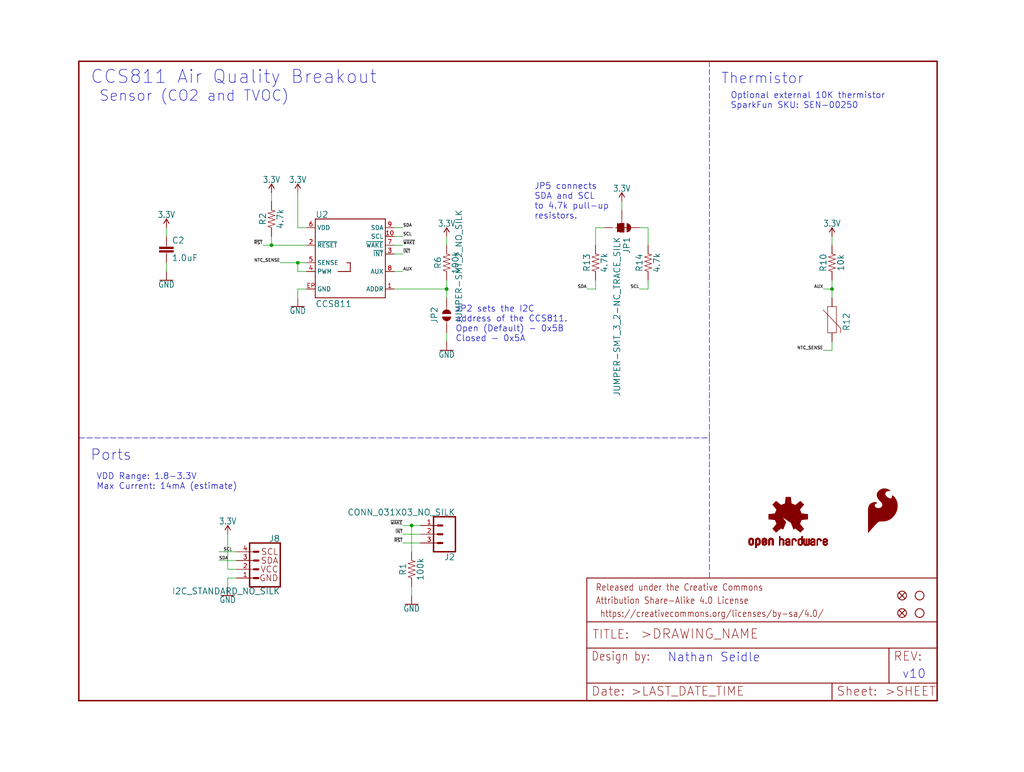
<source format=kicad_sch>
(kicad_sch (version 20211123) (generator eeschema)
  (paper "User" 297.002 223.926)
  (lib_symbols
    (symbol "eagleSchem-eagle-import:1.0UF-0603-16V-10%"
      (property "Reference" "C" (at 1.524 2.921 0))
      (property "Value" "1.0UF-0603-16V-10%" (at 1.524 -2.159 0))
      (symbol "1.0UF-0603-16V-10%_1_0"
        (pin passive line (at 0 5.08 270) (length 2.54) (name "1") (number "1"))
        (pin passive line (at 0 -2.54 90) (length 2.54) (name "2") (number "2"))
      )
    )
    (symbol "eagleSchem-eagle-import:100KOHM-0603-1{slash}10W-1%"
      (property "Reference" "R" (at 0 1.524 0))
      (property "Value" "100KOHM-0603-1{slash}10W-1%" (at 0 -1.524 0))
      (symbol "100KOHM-0603-1{slash}10W-1%_1_0"
        (pin passive line (at -5.08 0 0) (length 2.54) (name "1") (number "1"))
        (pin passive line (at 5.08 0 180) (length 2.54) (name "2") (number "2"))
      )
    )
    (symbol "eagleSchem-eagle-import:10KOHM-0603-1{slash}10W-1%"
      (property "Reference" "R" (at 0 1.524 0))
      (property "Value" "10KOHM-0603-1{slash}10W-1%" (at 0 -1.524 0))
      (symbol "10KOHM-0603-1{slash}10W-1%_1_0"
        (pin passive line (at -5.08 0 0) (length 2.54) (name "1") (number "1"))
        (pin passive line (at 5.08 0 180) (length 2.54) (name "2") (number "2"))
      )
    )
    (symbol "eagleSchem-eagle-import:3.3V" (power)
      (property "Value" "3.3V" (at 0 2.794 0))
      (symbol "3.3V_1_0"
        (pin power_in line (at 0 0 90) (length 2.54) (name "3.3V") (number "1"))
      )
    )
    (symbol "eagleSchem-eagle-import:4.7KOHM-0603-1{slash}10W-1%"
      (property "Reference" "R" (at 0 1.524 0))
      (property "Value" "4.7KOHM-0603-1{slash}10W-1%" (at 0 -1.524 0))
      (symbol "4.7KOHM-0603-1{slash}10W-1%_1_0"
        (pin passive line (at -5.08 0 0) (length 2.54) (name "1") (number "1"))
        (pin passive line (at 5.08 0 180) (length 2.54) (name "2") (number "2"))
      )
    )
    (symbol "eagleSchem-eagle-import:CCS811"
      (property "Reference" "U" (at -10.16 10.414 0))
      (property "Value" "CCS811" (at -10.16 -15.494 0))
      (symbol "CCS811_1_0"
        (pin bidirectional line (at 12.7 -10.16 180) (length 2.54) (name "ADDR") (number "1"))
        (pin bidirectional line (at 12.7 5.08 180) (length 2.54) (name "SCL") (number "10"))
        (pin bidirectional line (at -12.7 2.54 0) (length 2.54) (name "~{RESET}") (number "2"))
        (pin bidirectional line (at 12.7 0 180) (length 2.54) (name "~{INT}") (number "3"))
        (pin bidirectional line (at -12.7 -5.08 0) (length 2.54) (name "PWM") (number "4"))
        (pin bidirectional line (at -12.7 -2.54 0) (length 2.54) (name "SENSE") (number "5"))
        (pin bidirectional line (at -12.7 7.62 0) (length 2.54) (name "VDD") (number "6"))
        (pin bidirectional line (at 12.7 2.54 180) (length 2.54) (name "~{WAKE}") (number "7"))
        (pin bidirectional line (at 12.7 -5.08 180) (length 2.54) (name "AUX") (number "8"))
        (pin bidirectional line (at 12.7 7.62 180) (length 2.54) (name "SDA") (number "9"))
        (pin bidirectional line (at -12.7 -10.16 0) (length 2.54) (name "GND") (number "EP"))
      )
    )
    (symbol "eagleSchem-eagle-import:CONN_031X03_NO_SILK"
      (property "Reference" "J" (at -2.54 5.588 0))
      (property "Value" "CONN_031X03_NO_SILK" (at -2.54 -7.366 0))
      (symbol "CONN_031X03_NO_SILK_1_0"
        (pin passive line (at 7.62 -2.54 180) (length 5.08) (name "1") (number "1"))
        (pin passive line (at 7.62 0 180) (length 5.08) (name "2") (number "2"))
        (pin passive line (at 7.62 2.54 180) (length 5.08) (name "3") (number "3"))
      )
    )
    (symbol "eagleSchem-eagle-import:FIDUCIAL1X2")
    (symbol "eagleSchem-eagle-import:FRAME-LETTER"
      (symbol "FRAME-LETTER_2_0"
        (text " https://creativecommons.org/licenses/by-sa/4.0/" (at 2.54 24.13 0) (effects (font (size 1.9304 1.6408)) (justify left bottom)))
        (text ">DRAWING_NAME" (at 15.494 17.78 0) (effects (font (size 2.7432 2.7432)) (justify left bottom)))
        (text ">LAST_DATE_TIME" (at 12.7 1.27 0) (effects (font (size 2.54 2.54)) (justify left bottom)))
        (text ">SHEET" (at 86.36 1.27 0) (effects (font (size 2.54 2.54)) (justify left bottom)))
        (text "Attribution Share-Alike 4.0 License" (at 2.54 27.94 0) (effects (font (size 1.9304 1.6408)) (justify left bottom)))
        (text "Date:" (at 1.27 1.27 0) (effects (font (size 2.54 2.54)) (justify left bottom)))
        (text "Design by:" (at 1.27 11.43 0) (effects (font (size 2.54 2.159)) (justify left bottom)))
        (text "Released under the Creative Commons" (at 2.54 31.75 0) (effects (font (size 1.9304 1.6408)) (justify left bottom)))
        (text "REV:" (at 88.9 11.43 0) (effects (font (size 2.54 2.54)) (justify left bottom)))
        (text "Sheet:" (at 72.39 1.27 0) (effects (font (size 2.54 2.54)) (justify left bottom)))
        (text "TITLE:" (at 1.524 17.78 0) (effects (font (size 2.54 2.54)) (justify left bottom)))
      )
    )
    (symbol "eagleSchem-eagle-import:GND" (power)
      (property "Value" "GND" (at 0 -0.254 0))
      (symbol "GND_1_0"
        (pin power_in line (at 0 2.54 270) (length 2.54) (name "GND") (number "1"))
      )
    )
    (symbol "eagleSchem-eagle-import:I2C_STANDARD_NO_SILK"
      (property "Reference" "J" (at -5.08 7.874 0))
      (property "Value" "I2C_STANDARD_NO_SILK" (at -5.08 -5.334 0))
      (symbol "I2C_STANDARD_NO_SILK_1_0"
        (text "GND" (at -4.572 -2.54 0) (effects (font (size 1.778 1.778)) (justify left)))
        (text "SCL" (at -4.572 5.08 0) (effects (font (size 1.778 1.778)) (justify left)))
        (text "SDA" (at -4.572 2.54 0) (effects (font (size 1.778 1.778)) (justify left)))
        (text "VCC" (at -4.572 0 0) (effects (font (size 1.778 1.778)) (justify left)))
        (pin power_in line (at 7.62 -2.54 180) (length 5.08) (name "1") (number "1"))
        (pin power_in line (at 7.62 0 180) (length 5.08) (name "2") (number "2"))
        (pin passive line (at 7.62 2.54 180) (length 5.08) (name "3") (number "3"))
        (pin passive line (at 7.62 5.08 180) (length 5.08) (name "4") (number "4"))
      )
    )
    (symbol "eagleSchem-eagle-import:JUMPER-SMT_2_NO_SILK"
      (property "Reference" "JP" (at -2.54 2.54 0))
      (property "Value" "JUMPER-SMT_2_NO_SILK" (at -2.54 -2.54 0))
      (symbol "JUMPER-SMT_2_NO_SILK_1_0"
        (pin passive line (at -5.08 0 0) (length 2.54) (name "1") (number "1"))
        (pin passive line (at 5.08 0 180) (length 2.54) (name "2") (number "2"))
      )
    )
    (symbol "eagleSchem-eagle-import:JUMPER-SMT_3_2-NC_TRACE_SILK"
      (property "Reference" "JP" (at 2.54 0.381 0))
      (property "Value" "JUMPER-SMT_3_2-NC_TRACE_SILK" (at 2.54 -0.381 0))
      (symbol "JUMPER-SMT_3_2-NC_TRACE_SILK_1_0"
        (pin passive line (at 0 5.08 270) (length 2.54) (name "1") (number "1"))
        (pin passive line (at -5.08 0 0) (length 2.54) (name "2") (number "2"))
        (pin passive line (at 0 -5.08 90) (length 2.54) (name "3") (number "3"))
      )
    )
    (symbol "eagleSchem-eagle-import:NTC-THERMISTOR-AXIAL-0.1"
      (property "Reference" "R" (at 1.905 3.175 0))
      (property "Value" "NTC-THERMISTOR-AXIAL-0.1" (at 1.27 -2.794 0))
      (symbol "NTC-THERMISTOR-AXIAL-0.1_1_0"
        (pin bidirectional line (at -5.08 0 0) (length 2.54) (name "1") (number "P$1"))
        (pin bidirectional line (at 7.62 0 180) (length 2.54) (name "2") (number "P$2"))
      )
    )
    (symbol "eagleSchem-eagle-import:OSHW-LOGOS")
    (symbol "eagleSchem-eagle-import:SFE_LOGO_FLAME.2_INCH")
    (symbol "eagleSchem-eagle-import:STAND-OFF")
  )
  (junction (at 78.74 71.12))
  (junction (at 129.54 83.82))
  (junction (at 86.36 76.2))
  (junction (at 241.3 83.82))
  (junction (at 119.38 152.4))
  (wire (pts (xy 170.18 83.82) (xy 172.72 83.82)))
  (wire (pts (xy 172.72 81.28) (xy 172.72 83.82)))
  (polyline (pts (xy 205.74 17.78) (xy 205.74 127)))
  (wire (pts (xy 78.74 71.12) (xy 78.74 68.58)))
  (wire (pts (xy 88.9 71.12) (xy 78.74 71.12)))
  (wire (pts (xy 86.36 76.2) (xy 86.36 78.74)))
  (wire (pts (xy 180.34 58.42) (xy 180.34 60.96)))
  (wire (pts (xy 66.04 165.1) (xy 66.04 154.94)))
  (wire (pts (xy 88.9 76.2) (xy 86.36 76.2)))
  (wire (pts (xy 187.96 66.04) (xy 185.42 66.04)))
  (wire (pts (xy 88.9 83.82) (xy 86.36 83.82)))
  (wire (pts (xy 68.58 167.64) (xy 66.04 167.64)))
  (wire (pts (xy 114.3 66.04) (xy 116.84 66.04)))
  (wire (pts (xy 129.54 68.58) (xy 129.54 71.12)))
  (wire (pts (xy 241.3 101.6) (xy 238.76 101.6)))
  (wire (pts (xy 86.36 76.2) (xy 81.28 76.2)))
  (wire (pts (xy 187.96 83.82) (xy 185.42 83.82)))
  (wire (pts (xy 119.38 152.4) (xy 116.84 152.4)))
  (wire (pts (xy 241.3 81.28) (xy 241.3 83.82)))
  (wire (pts (xy 86.36 66.04) (xy 86.36 55.88)))
  (wire (pts (xy 121.92 154.94) (xy 116.84 154.94)))
  (wire (pts (xy 129.54 99.06) (xy 129.54 96.52)))
  (wire (pts (xy 129.54 83.82) (xy 129.54 81.28)))
  (wire (pts (xy 129.54 86.36) (xy 129.54 83.82)))
  (wire (pts (xy 66.04 167.64) (xy 66.04 170.18)))
  (wire (pts (xy 114.3 78.74) (xy 116.84 78.74)))
  (wire (pts (xy 114.3 68.58) (xy 116.84 68.58)))
  (wire (pts (xy 68.58 162.56) (xy 63.5 162.56)))
  (wire (pts (xy 78.74 55.88) (xy 78.74 58.42)))
  (wire (pts (xy 88.9 66.04) (xy 86.36 66.04)))
  (wire (pts (xy 187.96 71.12) (xy 187.96 66.04)))
  (wire (pts (xy 172.72 66.04) (xy 175.26 66.04)))
  (wire (pts (xy 48.26 66.04) (xy 48.26 68.58)))
  (wire (pts (xy 119.38 172.72) (xy 119.38 170.18)))
  (wire (pts (xy 119.38 160.02) (xy 119.38 152.4)))
  (wire (pts (xy 86.36 78.74) (xy 88.9 78.74)))
  (wire (pts (xy 241.3 99.06) (xy 241.3 101.6)))
  (wire (pts (xy 172.72 71.12) (xy 172.72 66.04)))
  (wire (pts (xy 114.3 73.66) (xy 116.84 73.66)))
  (polyline (pts (xy 22.86 127) (xy 205.74 127)))
  (wire (pts (xy 114.3 83.82) (xy 129.54 83.82)))
  (wire (pts (xy 48.26 78.74) (xy 48.26 76.2)))
  (polyline (pts (xy 205.74 127) (xy 205.74 167.64)))
  (wire (pts (xy 86.36 83.82) (xy 86.36 86.36)))
  (wire (pts (xy 121.92 152.4) (xy 119.38 152.4)))
  (wire (pts (xy 241.3 68.58) (xy 241.3 71.12)))
  (wire (pts (xy 78.74 71.12) (xy 76.2 71.12)))
  (wire (pts (xy 241.3 86.36) (xy 241.3 83.82)))
  (wire (pts (xy 187.96 81.28) (xy 187.96 83.82)))
  (wire (pts (xy 121.92 157.48) (xy 116.84 157.48)))
  (wire (pts (xy 68.58 165.1) (xy 66.04 165.1)))
  (wire (pts (xy 238.76 83.82) (xy 241.3 83.82)))
  (wire (pts (xy 68.58 160.02) (xy 63.5 160.02)))
  (wire (pts (xy 114.3 71.12) (xy 116.84 71.12)))
  (text "CCS811 Air Quality Breakout" (at 26.162 24.638 180) (effects (font (size 3.81 3.81)) (justify left bottom)))
  (text "JP2 sets the I2C\naddress of the CCS811.\nOpen (Default) - 0x5B\nClosed - 0x5A" (at 132.08 93.98 0) (effects (font (size 1.778 1.778)) (justify left)))
  (text "Thermistor" (at 209.042 24.638 180) (effects (font (size 3.048 3.048)) (justify left bottom)))
  (text "JP5 connects\nSDA and SCL\nto 4.7k pull-up\nresistors." (at 154.94 58.42 0) (effects (font (size 1.778 1.778)) (justify left)))
  (text "Ports" (at 26.162 133.858 180) (effects (font (size 3.048 3.048)) (justify left bottom)))
  (text "VDD Range: 1.8-3.3V\nMax Current: 14mA (estimate)" (at 27.94 139.7 180) (effects (font (size 1.778 1.778)) (justify left)))
  (text "Sensor (CO2 and TVOC)" (at 28.702 29.718 180) (effects (font (size 3.048 3.048)) (justify left bottom)))
  (text "Nathan Seidle" (at 193.548 190.754 180) (effects (font (size 2.54 2.54)) (justify left)))
  (text "v10" (at 261.62 195.58 180) (effects (font (size 2.54 2.54)) (justify left)))
  (text "Optional external 10K thermistor\nSparkFun SKU: SEN-00250" (at 211.836 29.21 0) (effects (font (size 1.778 1.778)) (justify left)))
  (label "SCL" (at 64.77 160.02 0) (effects (font (size 0.889 0.889))))
  (label "~{RST}" (at 116.84 157.48 180) (effects (font (size 0.889 0.889))))
  (label "SDA" (at 116.84 66.04 0) (effects (font (size 0.889 0.889))))
  (label "~{INT}" (at 116.84 73.66 0) (effects (font (size 0.889 0.889))))
  (label "SDA" (at 63.5 162.56 0) (effects (font (size 0.889 0.889))))
  (label "~{RST}" (at 76.2 71.12 180) (effects (font (size 0.889 0.889))))
  (label "~{INT}" (at 116.84 154.94 180) (effects (font (size 0.889 0.889))))
  (label "NTC_SENSE" (at 81.28 76.2 180) (effects (font (size 0.889 0.889))))
  (label "AUX" (at 238.76 83.82 180) (effects (font (size 0.889 0.889))))
  (label "SCL" (at 185.42 83.82 180) (effects (font (size 0.889 0.889))))
  (label "AUX" (at 116.84 78.74 0) (effects (font (size 0.889 0.889))))
  (label "SCL" (at 116.84 68.58 0) (effects (font (size 0.889 0.889))))
  (label "NTC_SENSE" (at 238.76 101.6 180) (effects (font (size 0.889 0.889))))
  (label "SDA" (at 170.18 83.82 180) (effects (font (size 0.889 0.889))))
  (label "~{WAKE}" (at 116.84 152.4 180) (effects (font (size 0.889 0.889))))
  (label "~{WAKE}" (at 116.84 71.12 0) (effects (font (size 0.889 0.889))))
  (symbol (lib_id "eagleSchem-eagle-import:3.3V") (at 86.36 55.88 0) (unit 1)
    (property "Reference" "#SUPPLY3" (effects hide))
    (property "Value" "3.3V" (at 86.36 53.086 0) (effects (font (size 1.778 1.5113)) (justify bottom)))
    (property "Footprint" "eagleSchem:" (effects hide))
  )
  (symbol (lib_id "eagleSchem-eagle-import:FIDUCIAL1X2") (at 261.62 177.8 0) (unit 1)
    (property "Reference" "FD1" (effects hide))
    (property "Value" "FIDUCIAL1X2" (effects hide))
    (property "Footprint" "eagleSchem:FIDUCIAL-1X2" (effects hide))
  )
  (symbol (lib_id "eagleSchem-eagle-import:3.3V") (at 48.26 66.04 0) (unit 1)
    (property "Reference" "#SUPPLY9" (effects hide))
    (property "Value" "3.3V" (at 48.26 63.246 0) (effects (font (size 1.778 1.5113)) (justify bottom)))
    (property "Footprint" "eagleSchem:" (effects hide))
  )
  (symbol (lib_id "eagleSchem-eagle-import:FRAME-LETTER") (at 170.18 203.2 0) (unit 2)
    (property "Reference" "FRAME1" (effects hide))
    (property "Value" "FRAME-LETTER" (effects hide))
    (property "Footprint" "eagleSchem:CREATIVE_COMMONS" (effects hide))
  )
  (symbol (lib_id "eagleSchem-eagle-import:GND") (at 66.04 172.72 0) (mirror y) (unit 1)
    (property "Reference" "#GND18" (effects hide))
    (property "Value" "GND" (at 66.04 172.974 0) (effects (font (size 1.778 1.5113)) (justify top)))
    (property "Footprint" "eagleSchem:" (effects hide))
  )
  (symbol (lib_id "eagleSchem-eagle-import:GND") (at 129.54 101.6 0) (unit 1)
    (property "Reference" "#GND9" (effects hide))
    (property "Value" "GND" (at 129.54 101.854 0) (effects (font (size 1.778 1.5113)) (justify top)))
    (property "Footprint" "eagleSchem:" (effects hide))
  )
  (symbol (lib_id "eagleSchem-eagle-import:CONN_031X03_NO_SILK") (at 129.54 154.94 180) (unit 1)
    (property "Reference" "J2" (at 132.08 160.528 0) (effects (font (size 1.778 1.778)) (justify left bottom)))
    (property "Value" "CONN_031X03_NO_SILK" (at 132.08 147.574 0) (effects (font (size 1.778 1.778)) (justify left bottom)))
    (property "Footprint" "eagleSchem:1X03_NO_SILK" (effects hide))
  )
  (symbol (lib_id "eagleSchem-eagle-import:OSHW-LOGOS") (at 228.6 149.86 0) (unit 1)
    (property "Reference" "LOGO4" (effects hide))
    (property "Value" "OSHW-LOGOS" (effects hide))
    (property "Footprint" "eagleSchem:OSHW-LOGO-S" (effects hide))
  )
  (symbol (lib_id "eagleSchem-eagle-import:STAND-OFF") (at 266.7 177.8 0) (unit 1)
    (property "Reference" "H2" (effects hide))
    (property "Value" "STAND-OFF" (effects hide))
    (property "Footprint" "eagleSchem:STAND-OFF" (effects hide))
  )
  (symbol (lib_id "eagleSchem-eagle-import:3.3V") (at 129.54 68.58 0) (unit 1)
    (property "Reference" "#SUPPLY11" (effects hide))
    (property "Value" "3.3V" (at 129.54 65.786 0) (effects (font (size 1.778 1.5113)) (justify bottom)))
    (property "Footprint" "eagleSchem:" (effects hide))
  )
  (symbol (lib_id "eagleSchem-eagle-import:3.3V") (at 241.3 68.58 0) (unit 1)
    (property "Reference" "#SUPPLY15" (effects hide))
    (property "Value" "3.3V" (at 241.3 65.786 0) (effects (font (size 1.778 1.5113)) (justify bottom)))
    (property "Footprint" "eagleSchem:" (effects hide))
  )
  (symbol (lib_id "eagleSchem-eagle-import:4.7KOHM-0603-1{slash}10W-1%") (at 172.72 76.2 90) (unit 1)
    (property "Reference" "R13" (at 171.196 76.2 0) (effects (font (size 1.778 1.778)) (justify bottom)))
    (property "Value" "4.7k" (at 174.244 76.2 0) (effects (font (size 1.778 1.778)) (justify top)))
    (property "Footprint" "eagleSchem:0603" (effects hide))
  )
  (symbol (lib_id "eagleSchem-eagle-import:4.7KOHM-0603-1{slash}10W-1%") (at 78.74 63.5 90) (unit 1)
    (property "Reference" "R2" (at 77.216 63.5 0) (effects (font (size 1.778 1.778)) (justify bottom)))
    (property "Value" "4.7k" (at 80.264 63.5 0) (effects (font (size 1.778 1.778)) (justify top)))
    (property "Footprint" "eagleSchem:0603" (effects hide))
  )
  (symbol (lib_id "eagleSchem-eagle-import:NTC-THERMISTOR-AXIAL-0.1") (at 241.3 91.44 270) (unit 1)
    (property "Reference" "R12" (at 244.475 93.345 0) (effects (font (size 1.778 1.778)) (justify bottom)))
    (property "Value" "10k" (at 238.506 92.71 0) (effects (font (size 1.778 1.778)) (justify top)))
    (property "Footprint" "eagleSchem:AXIAL-0.1" (effects hide))
    (property "Value" "10k" (effects hide))
  )
  (symbol (lib_id "eagleSchem-eagle-import:4.7KOHM-0603-1{slash}10W-1%") (at 187.96 76.2 90) (unit 1)
    (property "Reference" "R14" (at 186.436 76.2 0) (effects (font (size 1.778 1.778)) (justify bottom)))
    (property "Value" "4.7k" (at 189.484 76.2 0) (effects (font (size 1.778 1.778)) (justify top)))
    (property "Footprint" "eagleSchem:0603" (effects hide))
  )
  (symbol (lib_id "eagleSchem-eagle-import:GND") (at 86.36 88.9 0) (unit 1)
    (property "Reference" "#GND3" (effects hide))
    (property "Value" "GND" (at 86.36 89.154 0) (effects (font (size 1.778 1.5113)) (justify top)))
    (property "Footprint" "eagleSchem:" (effects hide))
  )
  (symbol (lib_id "eagleSchem-eagle-import:GND") (at 119.38 175.26 0) (mirror y) (unit 1)
    (property "Reference" "#GND1" (effects hide))
    (property "Value" "GND" (at 119.38 175.514 0) (effects (font (size 1.778 1.5113)) (justify top)))
    (property "Footprint" "eagleSchem:" (effects hide))
  )
  (symbol (lib_id "eagleSchem-eagle-import:FIDUCIAL1X2") (at 261.62 172.72 0) (unit 1)
    (property "Reference" "FD2" (effects hide))
    (property "Value" "FIDUCIAL1X2" (effects hide))
    (property "Footprint" "eagleSchem:FIDUCIAL-1X2" (effects hide))
  )
  (symbol (lib_id "eagleSchem-eagle-import:1.0UF-0603-16V-10%") (at 48.26 73.66 0) (unit 1)
    (property "Reference" "C2" (at 49.784 70.739 0) (effects (font (size 1.778 1.778)) (justify left bottom)))
    (property "Value" "1.0uF" (at 49.784 75.819 0) (effects (font (size 1.778 1.778)) (justify left bottom)))
    (property "Footprint" "eagleSchem:0603" (effects hide))
  )
  (symbol (lib_id "eagleSchem-eagle-import:3.3V") (at 180.34 58.42 0) (unit 1)
    (property "Reference" "#SUPPLY18" (effects hide))
    (property "Value" "3.3V" (at 180.34 55.626 0) (effects (font (size 1.778 1.5113)) (justify bottom)))
    (property "Footprint" "eagleSchem:" (effects hide))
  )
  (symbol (lib_id "eagleSchem-eagle-import:JUMPER-SMT_3_2-NC_TRACE_SILK") (at 180.34 66.04 270) (unit 1)
    (property "Reference" "JP1" (at 180.721 68.58 0) (effects (font (size 1.778 1.778)) (justify left bottom)))
    (property "Value" "JUMPER-SMT_3_2-NC_TRACE_SILK" (at 179.959 68.58 0) (effects (font (size 1.778 1.778)) (justify left top)))
    (property "Footprint" "eagleSchem:SMT-JUMPER_3_2-NC_TRACE_SILK" (effects hide))
  )
  (symbol (lib_id "eagleSchem-eagle-import:100KOHM-0603-1{slash}10W-1%") (at 129.54 76.2 90) (unit 1)
    (property "Reference" "R6" (at 128.016 76.2 0) (effects (font (size 1.778 1.778)) (justify bottom)))
    (property "Value" "100k" (at 131.064 76.2 0) (effects (font (size 1.778 1.778)) (justify top)))
    (property "Footprint" "eagleSchem:0603" (effects hide))
  )
  (symbol (lib_id "eagleSchem-eagle-import:GND") (at 48.26 81.28 0) (unit 1)
    (property "Reference" "#GND6" (effects hide))
    (property "Value" "GND" (at 48.26 81.534 0) (effects (font (size 1.778 1.5113)) (justify top)))
    (property "Footprint" "eagleSchem:" (effects hide))
  )
  (symbol (lib_id "eagleSchem-eagle-import:3.3V") (at 66.04 154.94 0) (mirror y) (unit 1)
    (property "Reference" "#SUPPLY21" (effects hide))
    (property "Value" "3.3V" (at 66.04 152.146 0) (effects (font (size 1.778 1.5113)) (justify bottom)))
    (property "Footprint" "eagleSchem:" (effects hide))
  )
  (symbol (lib_id "eagleSchem-eagle-import:100KOHM-0603-1{slash}10W-1%") (at 119.38 165.1 90) (unit 1)
    (property "Reference" "R1" (at 117.856 165.1 0) (effects (font (size 1.778 1.778)) (justify bottom)))
    (property "Value" "100k" (at 120.904 165.1 0) (effects (font (size 1.778 1.778)) (justify top)))
    (property "Footprint" "eagleSchem:0603" (effects hide))
  )
  (symbol (lib_id "eagleSchem-eagle-import:SFE_LOGO_FLAME.2_INCH") (at 251.46 154.94 0) (unit 1)
    (property "Reference" "LOGO1" (effects hide))
    (property "Value" "SFE_LOGO_FLAME.2_INCH" (effects hide))
    (property "Footprint" "eagleSchem:SFE_LOGO_FLAME_.2" (effects hide))
  )
  (symbol (lib_id "eagleSchem-eagle-import:I2C_STANDARD_NO_SILK") (at 76.2 165.1 0) (mirror y) (unit 1)
    (property "Reference" "J8" (at 81.28 157.226 0) (effects (font (size 1.778 1.778)) (justify left bottom)))
    (property "Value" "I2C_STANDARD_NO_SILK" (at 81.28 170.434 0) (effects (font (size 1.778 1.778)) (justify left top)))
    (property "Footprint" "eagleSchem:1X04_NO_SILK" (effects hide))
  )
  (symbol (lib_id "eagleSchem-eagle-import:STAND-OFF") (at 266.7 172.72 0) (unit 1)
    (property "Reference" "H4" (effects hide))
    (property "Value" "STAND-OFF" (effects hide))
    (property "Footprint" "eagleSchem:STAND-OFF" (effects hide))
  )
  (symbol (lib_id "eagleSchem-eagle-import:JUMPER-SMT_2_NO_SILK") (at 129.54 91.44 90) (unit 1)
    (property "Reference" "JP2" (at 127 93.98 0) (effects (font (size 1.778 1.778)) (justify left bottom)))
    (property "Value" "JUMPER-SMT_2_NO_SILK" (at 132.08 93.98 0) (effects (font (size 1.778 1.778)) (justify left top)))
    (property "Footprint" "eagleSchem:SMT-JUMPER_2_NO_SILK" (effects hide))
  )
  (symbol (lib_id "eagleSchem-eagle-import:CCS811") (at 101.6 73.66 0) (unit 1)
    (property "Reference" "U2" (at 91.44 63.246 0) (effects (font (size 1.778 1.778)) (justify left bottom)))
    (property "Value" "CCS811" (at 91.44 89.154 0) (effects (font (size 1.778 1.778)) (justify left bottom)))
    (property "Footprint" "eagleSchem:LGA10" (effects hide))
  )
  (symbol (lib_id "eagleSchem-eagle-import:3.3V") (at 78.74 55.88 0) (unit 1)
    (property "Reference" "#SUPPLY2" (effects hide))
    (property "Value" "3.3V" (at 78.74 53.086 0) (effects (font (size 1.778 1.5113)) (justify bottom)))
    (property "Footprint" "eagleSchem:" (effects hide))
  )
  (symbol (lib_id "eagleSchem-eagle-import:10KOHM-0603-1{slash}10W-1%") (at 241.3 76.2 90) (unit 1)
    (property "Reference" "R10" (at 239.776 76.2 0) (effects (font (size 1.778 1.778)) (justify bottom)))
    (property "Value" "10k" (at 242.824 76.2 0) (effects (font (size 1.778 1.778)) (justify top)))
    (property "Footprint" "eagleSchem:0603" (effects hide))
  )
  (symbol (lib_id "eagleSchem-eagle-import:FRAME-LETTER") (at 22.86 203.2 0) (unit 1)
    (property "Reference" "FRAME1" (effects hide))
    (property "Value" "FRAME-LETTER" (effects hide))
    (property "Footprint" "eagleSchem:CREATIVE_COMMONS" (effects hide))
  )
)
</source>
